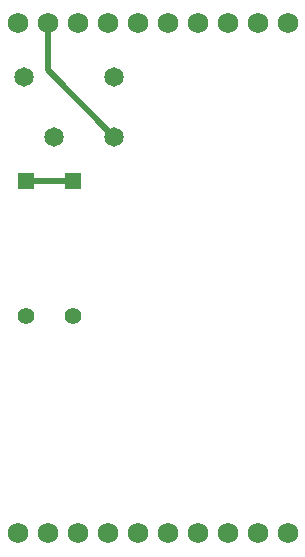
<source format=gbr>
%TF.GenerationSoftware,KiCad,Pcbnew,8.0.8*%
%TF.CreationDate,2025-03-19T16:23:09-04:00*%
%TF.ProjectId,RTDS Control Module V3.0,52544453-2043-46f6-9e74-726f6c204d6f,rev?*%
%TF.SameCoordinates,Original*%
%TF.FileFunction,Copper,L2,Bot*%
%TF.FilePolarity,Positive*%
%FSLAX46Y46*%
G04 Gerber Fmt 4.6, Leading zero omitted, Abs format (unit mm)*
G04 Created by KiCad (PCBNEW 8.0.8) date 2025-03-19 16:23:09*
%MOMM*%
%LPD*%
G01*
G04 APERTURE LIST*
%TA.AperFunction,ComponentPad*%
%ADD10R,1.397000X1.397000*%
%TD*%
%TA.AperFunction,ComponentPad*%
%ADD11C,1.397000*%
%TD*%
%TA.AperFunction,ComponentPad*%
%ADD12C,1.650000*%
%TD*%
%TA.AperFunction,ComponentPad*%
%ADD13C,1.750000*%
%TD*%
%TA.AperFunction,Conductor*%
%ADD14C,0.500000*%
%TD*%
G04 APERTURE END LIST*
D10*
%TO.P,R2,1*%
%TO.N,Net-(U1-R)*%
X55500000Y-38750000D03*
D11*
%TO.P,R2,2*%
%TO.N,Net-(U1-DIS)*%
X55500000Y-50180000D03*
%TD*%
D12*
%TO.P,K1,2*%
%TO.N,Net-(U1-TR)*%
X53890000Y-34980000D03*
%TO.P,K1,4*%
%TO.N,Net-(U1-GND)*%
X58970000Y-34980000D03*
%TO.P,K1,5*%
%TO.N,Net-(J1-Pad3)*%
X58970000Y-29900000D03*
%TO.P,K1,8*%
%TO.N,Net-(U1-R)*%
X51350000Y-29900000D03*
%TD*%
D13*
%TO.P,J2,1,1*%
%TO.N,N/C*%
X50800000Y-68580000D03*
%TO.P,J2,2,2*%
X53340000Y-68580000D03*
%TO.P,J2,3,3*%
X55880000Y-68580000D03*
%TO.P,J2,4,4*%
X58420000Y-68580000D03*
%TO.P,J2,5,5*%
X60960000Y-68580000D03*
%TO.P,J2,6,6*%
X63500000Y-68580000D03*
%TO.P,J2,7,7*%
X66040000Y-68580000D03*
%TO.P,J2,8,8*%
X68580000Y-68580000D03*
%TO.P,J2,9,9*%
X71120000Y-68580000D03*
%TO.P,J2,10,10*%
X73660000Y-68580000D03*
%TD*%
D10*
%TO.P,R1,1*%
%TO.N,Net-(U1-R)*%
X51500000Y-38785000D03*
D11*
%TO.P,R1,2*%
%TO.N,Net-(U1-TR)*%
X51500000Y-50215000D03*
%TD*%
D13*
%TO.P,J1,1,1*%
%TO.N,Net-(U1-R)*%
X50800000Y-25400000D03*
%TO.P,J1,2,2*%
%TO.N,Net-(U1-GND)*%
X53340000Y-25400000D03*
%TO.P,J1,3,3*%
%TO.N,Net-(J1-Pad3)*%
X55880000Y-25400000D03*
%TO.P,J1,4,4*%
%TO.N,Net-(U2-D)*%
X58420000Y-25400000D03*
%TO.P,J1,5,5*%
%TO.N,unconnected-(J1-Pad5)*%
X60960000Y-25400000D03*
%TO.P,J1,6,6*%
%TO.N,unconnected-(J1-Pad6)*%
X63500000Y-25400000D03*
%TO.P,J1,7,7*%
%TO.N,unconnected-(J1-Pad7)*%
X66040000Y-25400000D03*
%TO.P,J1,8,8*%
%TO.N,unconnected-(J1-Pad8)*%
X68580000Y-25400000D03*
%TO.P,J1,9,9*%
%TO.N,unconnected-(J1-Pad9)*%
X71120000Y-25400000D03*
%TO.P,J1,10,10*%
%TO.N,unconnected-(J1-Pad10)*%
X73660000Y-25400000D03*
%TD*%
D14*
%TO.N,Net-(U1-GND)*%
X53340000Y-25400000D02*
X53340000Y-29350000D01*
X53340000Y-29350000D02*
X58970000Y-34980000D01*
%TO.N,Net-(U1-R)*%
X55465000Y-38785000D02*
X55500000Y-38750000D01*
X51500000Y-38785000D02*
X55465000Y-38785000D01*
%TD*%
M02*

</source>
